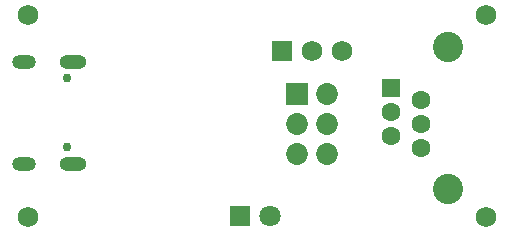
<source format=gbr>
%TF.GenerationSoftware,Altium Limited,Altium Designer,24.4.1 (13)*%
G04 Layer_Color=16711935*
%FSLAX45Y45*%
%MOMM*%
%TF.SameCoordinates,F106AC90-439F-428E-8782-533256F23A0D*%
%TF.FilePolarity,Negative*%
%TF.FileFunction,Soldermask,Bot*%
%TF.Part,Single*%
G01*
G75*
%TA.AperFunction,ComponentPad*%
%ADD65C,1.75320*%
%ADD66R,1.75320X1.75320*%
%TA.AperFunction,ViaPad*%
%ADD67C,1.72720*%
%TA.AperFunction,ComponentPad*%
%ADD68C,1.60320*%
%ADD69R,1.60320X1.60320*%
%ADD70C,2.56320*%
%TA.AperFunction,TestPad*%
%ADD71O,2.30320X1.20320*%
%ADD72C,0.75000*%
%ADD73O,2.00320X1.20320*%
%TA.AperFunction,ComponentPad*%
%ADD74R,1.85320X1.85320*%
%ADD75C,1.85320*%
%ADD76R,1.80320X1.80320*%
%ADD77C,1.80320*%
D65*
X2864000Y1585000D02*
D03*
X2610000D02*
D03*
D66*
X2356000D02*
D03*
D67*
X4080000Y180000D02*
D03*
Y1890000D02*
D03*
X200000D02*
D03*
Y180000D02*
D03*
D68*
X3275981Y1071016D02*
D03*
X3529981Y1173016D02*
D03*
Y969016D02*
D03*
Y765016D02*
D03*
X3275981Y867016D02*
D03*
D69*
Y1275016D02*
D03*
D70*
X3759981Y1620016D02*
D03*
Y420016D02*
D03*
D71*
X585350Y634200D02*
D03*
Y1498200D02*
D03*
D72*
X535350Y1355200D02*
D03*
Y777200D02*
D03*
D73*
X167350Y1498200D02*
D03*
Y634200D02*
D03*
D74*
X2483000Y1224000D02*
D03*
D75*
X2737000D02*
D03*
X2483000Y970000D02*
D03*
Y716000D02*
D03*
X2737000Y970000D02*
D03*
Y716000D02*
D03*
D76*
X1993000Y190000D02*
D03*
D77*
X2247000D02*
D03*
%TF.MD5,367556383311335278bc33fecff684a0*%
M02*

</source>
